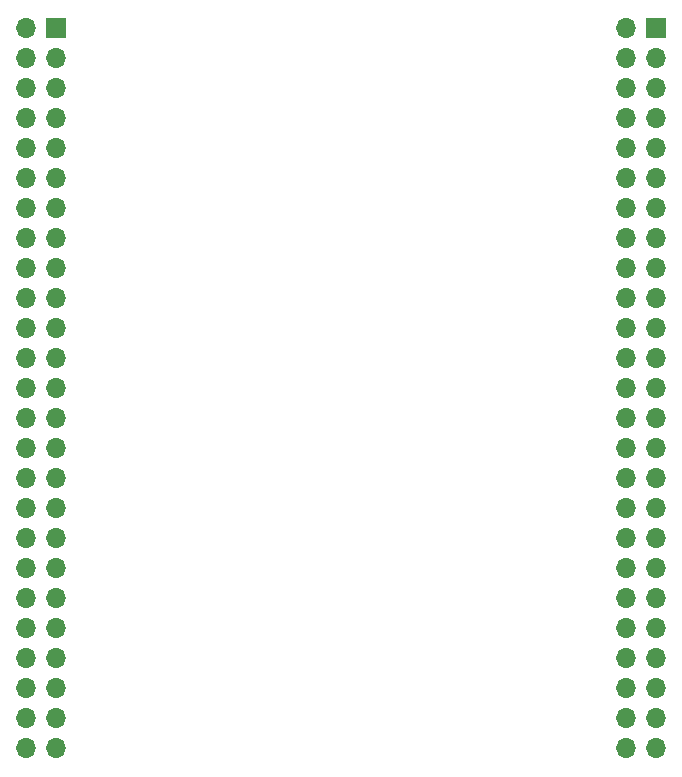
<source format=gbr>
%TF.GenerationSoftware,KiCad,Pcbnew,7.0.1*%
%TF.CreationDate,2023-05-30T20:42:55-06:00*%
%TF.ProjectId,Phase_D_STM_Shield,50686173-655f-4445-9f53-544d5f536869,rev?*%
%TF.SameCoordinates,Original*%
%TF.FileFunction,Soldermask,Bot*%
%TF.FilePolarity,Negative*%
%FSLAX46Y46*%
G04 Gerber Fmt 4.6, Leading zero omitted, Abs format (unit mm)*
G04 Created by KiCad (PCBNEW 7.0.1) date 2023-05-30 20:42:55*
%MOMM*%
%LPD*%
G01*
G04 APERTURE LIST*
%ADD10R,1.700000X1.700000*%
%ADD11O,1.700000X1.700000*%
G04 APERTURE END LIST*
D10*
%TO.C,J2*%
X210810000Y-43200000D03*
D11*
X208270000Y-43200000D03*
X210810000Y-45740000D03*
X208270000Y-45740000D03*
X210810000Y-48280000D03*
X208270000Y-48280000D03*
X210810000Y-50820000D03*
X208270000Y-50820000D03*
X210810000Y-53360000D03*
X208270000Y-53360000D03*
X210810000Y-55900000D03*
X208270000Y-55900000D03*
X210810000Y-58440000D03*
X208270000Y-58440000D03*
X210810000Y-60980000D03*
X208270000Y-60980000D03*
X210810000Y-63520000D03*
X208270000Y-63520000D03*
X210810000Y-66060000D03*
X208270000Y-66060000D03*
X210810000Y-68600000D03*
X208270000Y-68600000D03*
X210810000Y-71140000D03*
X208270000Y-71140000D03*
X210810000Y-73680000D03*
X208270000Y-73680000D03*
X210810000Y-76220000D03*
X208270000Y-76220000D03*
X210810000Y-78760000D03*
X208270000Y-78760000D03*
X210810000Y-81300000D03*
X208270000Y-81300000D03*
X210810000Y-83840000D03*
X208270000Y-83840000D03*
X210810000Y-86380000D03*
X208270000Y-86380000D03*
X210810000Y-88920000D03*
X208270000Y-88920000D03*
X210810000Y-91460000D03*
X208270000Y-91460000D03*
X210810000Y-94000000D03*
X208270000Y-94000000D03*
X210810000Y-96540000D03*
X208270000Y-96540000D03*
X210810000Y-99080000D03*
X208270000Y-99080000D03*
X210810000Y-101620000D03*
X208270000Y-101620000D03*
X210810000Y-104160000D03*
X208270000Y-104160000D03*
%TD*%
D10*
%TO.C,J1*%
X160020000Y-43180000D03*
D11*
X157480000Y-43180000D03*
X160020000Y-45720000D03*
X157480000Y-45720000D03*
X160020000Y-48260000D03*
X157480000Y-48260000D03*
X160020000Y-50800000D03*
X157480000Y-50800000D03*
X160020000Y-53340000D03*
X157480000Y-53340000D03*
X160020000Y-55880000D03*
X157480000Y-55880000D03*
X160020000Y-58420000D03*
X157480000Y-58420000D03*
X160020000Y-60960000D03*
X157480000Y-60960000D03*
X160020000Y-63500000D03*
X157480000Y-63500000D03*
X160020000Y-66040000D03*
X157480000Y-66040000D03*
X160020000Y-68580000D03*
X157480000Y-68580000D03*
X160020000Y-71120000D03*
X157480000Y-71120000D03*
X160020000Y-73660000D03*
X157480000Y-73660000D03*
X160020000Y-76200000D03*
X157480000Y-76200000D03*
X160020000Y-78740000D03*
X157480000Y-78740000D03*
X160020000Y-81280000D03*
X157480000Y-81280000D03*
X160020000Y-83820000D03*
X157480000Y-83820000D03*
X160020000Y-86360000D03*
X157480000Y-86360000D03*
X160020000Y-88900000D03*
X157480000Y-88900000D03*
X160020000Y-91440000D03*
X157480000Y-91440000D03*
X160020000Y-93980000D03*
X157480000Y-93980000D03*
X160020000Y-96520000D03*
X157480000Y-96520000D03*
X160020000Y-99060000D03*
X157480000Y-99060000D03*
X160020000Y-101600000D03*
X157480000Y-101600000D03*
X160020000Y-104140000D03*
X157480000Y-104140000D03*
%TD*%
M02*

</source>
